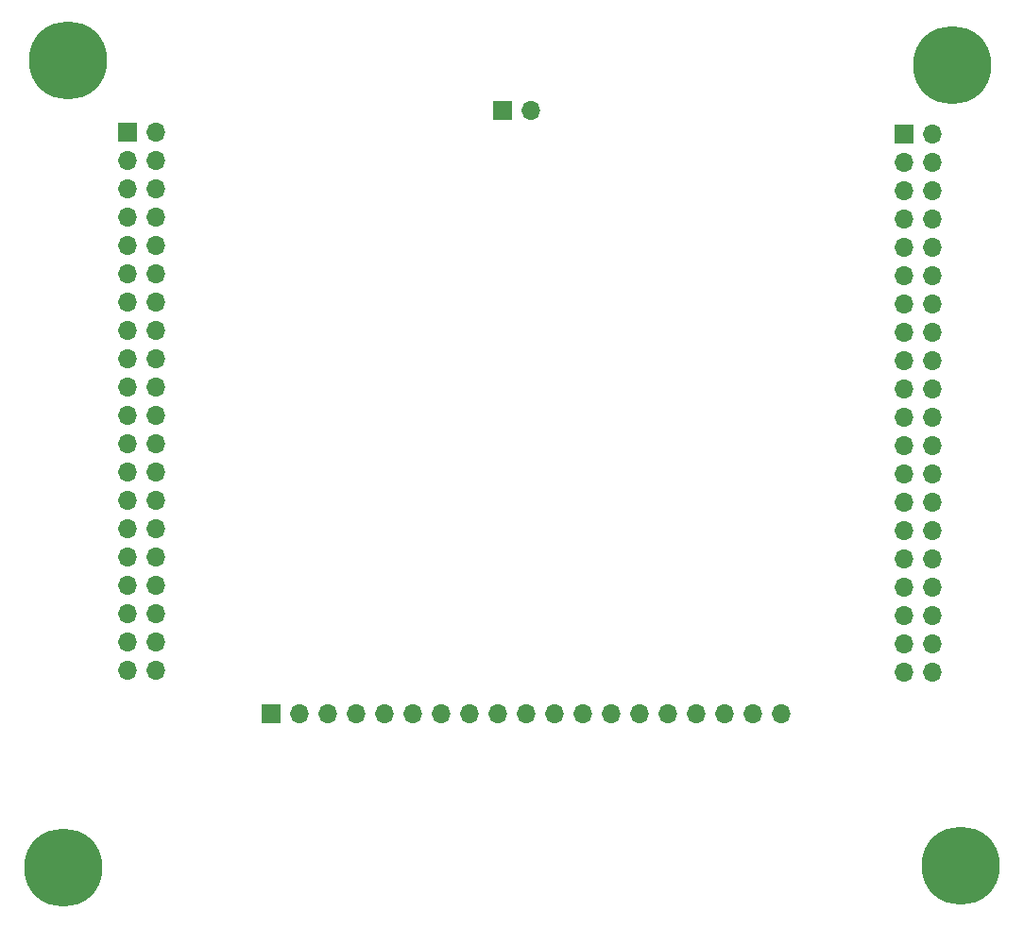
<source format=gbr>
%TF.GenerationSoftware,KiCad,Pcbnew,(5.1.10)-1*%
%TF.CreationDate,2022-03-29T20:22:55-05:00*%
%TF.ProjectId,FMT Rescue,464d5420-5265-4736-9375-652e6b696361,rev?*%
%TF.SameCoordinates,Original*%
%TF.FileFunction,Soldermask,Bot*%
%TF.FilePolarity,Negative*%
%FSLAX46Y46*%
G04 Gerber Fmt 4.6, Leading zero omitted, Abs format (unit mm)*
G04 Created by KiCad (PCBNEW (5.1.10)-1) date 2022-03-29 20:22:55*
%MOMM*%
%LPD*%
G01*
G04 APERTURE LIST*
%ADD10O,1.700000X1.700000*%
%ADD11R,1.700000X1.700000*%
%ADD12C,7.000000*%
G04 APERTURE END LIST*
D10*
%TO.C,J3*%
X112776000Y-114681000D03*
X110236000Y-114681000D03*
X107696000Y-114681000D03*
X105156000Y-114681000D03*
X102616000Y-114681000D03*
X100076000Y-114681000D03*
X97536000Y-114681000D03*
X94996000Y-114681000D03*
X92456000Y-114681000D03*
X89916000Y-114681000D03*
X87376000Y-114681000D03*
X84836000Y-114681000D03*
X82296000Y-114681000D03*
X79756000Y-114681000D03*
X77216000Y-114681000D03*
X74676000Y-114681000D03*
X72136000Y-114681000D03*
X69596000Y-114681000D03*
D11*
X67056000Y-114681000D03*
%TD*%
D12*
%TO.C,REF\u002A\u002A*%
X48831500Y-56134000D03*
%TD*%
%TO.C,REF\u002A\u002A*%
X128841500Y-128333500D03*
%TD*%
%TO.C,REF\u002A\u002A*%
X48450500Y-128524000D03*
%TD*%
%TO.C,REF\u002A\u002A*%
X128079500Y-56515000D03*
%TD*%
D10*
%TO.C,PWR1*%
X90360500Y-60579000D03*
D11*
X87820500Y-60579000D03*
%TD*%
D10*
%TO.C,J2*%
X126365000Y-110998000D03*
X123825000Y-110998000D03*
X126365000Y-108458000D03*
X123825000Y-108458000D03*
X126365000Y-105918000D03*
X123825000Y-105918000D03*
X126365000Y-103378000D03*
X123825000Y-103378000D03*
X126365000Y-100838000D03*
X123825000Y-100838000D03*
X126365000Y-98298000D03*
X123825000Y-98298000D03*
X126365000Y-95758000D03*
X123825000Y-95758000D03*
X126365000Y-93218000D03*
X123825000Y-93218000D03*
X126365000Y-90678000D03*
X123825000Y-90678000D03*
X126365000Y-88138000D03*
X123825000Y-88138000D03*
X126365000Y-85598000D03*
X123825000Y-85598000D03*
X126365000Y-83058000D03*
X123825000Y-83058000D03*
X126365000Y-80518000D03*
X123825000Y-80518000D03*
X126365000Y-77978000D03*
X123825000Y-77978000D03*
X126365000Y-75438000D03*
X123825000Y-75438000D03*
X126365000Y-72898000D03*
X123825000Y-72898000D03*
X126365000Y-70358000D03*
X123825000Y-70358000D03*
X126365000Y-67818000D03*
X123825000Y-67818000D03*
X126365000Y-65278000D03*
X123825000Y-65278000D03*
X126365000Y-62738000D03*
D11*
X123825000Y-62738000D03*
%TD*%
D10*
%TO.C,J1*%
X56705500Y-110807500D03*
X54165500Y-110807500D03*
X56705500Y-108267500D03*
X54165500Y-108267500D03*
X56705500Y-105727500D03*
X54165500Y-105727500D03*
X56705500Y-103187500D03*
X54165500Y-103187500D03*
X56705500Y-100647500D03*
X54165500Y-100647500D03*
X56705500Y-98107500D03*
X54165500Y-98107500D03*
X56705500Y-95567500D03*
X54165500Y-95567500D03*
X56705500Y-93027500D03*
X54165500Y-93027500D03*
X56705500Y-90487500D03*
X54165500Y-90487500D03*
X56705500Y-87947500D03*
X54165500Y-87947500D03*
X56705500Y-85407500D03*
X54165500Y-85407500D03*
X56705500Y-82867500D03*
X54165500Y-82867500D03*
X56705500Y-80327500D03*
X54165500Y-80327500D03*
X56705500Y-77787500D03*
X54165500Y-77787500D03*
X56705500Y-75247500D03*
X54165500Y-75247500D03*
X56705500Y-72707500D03*
X54165500Y-72707500D03*
X56705500Y-70167500D03*
X54165500Y-70167500D03*
X56705500Y-67627500D03*
X54165500Y-67627500D03*
X56705500Y-65087500D03*
X54165500Y-65087500D03*
X56705500Y-62547500D03*
D11*
X54165500Y-62547500D03*
%TD*%
M02*

</source>
